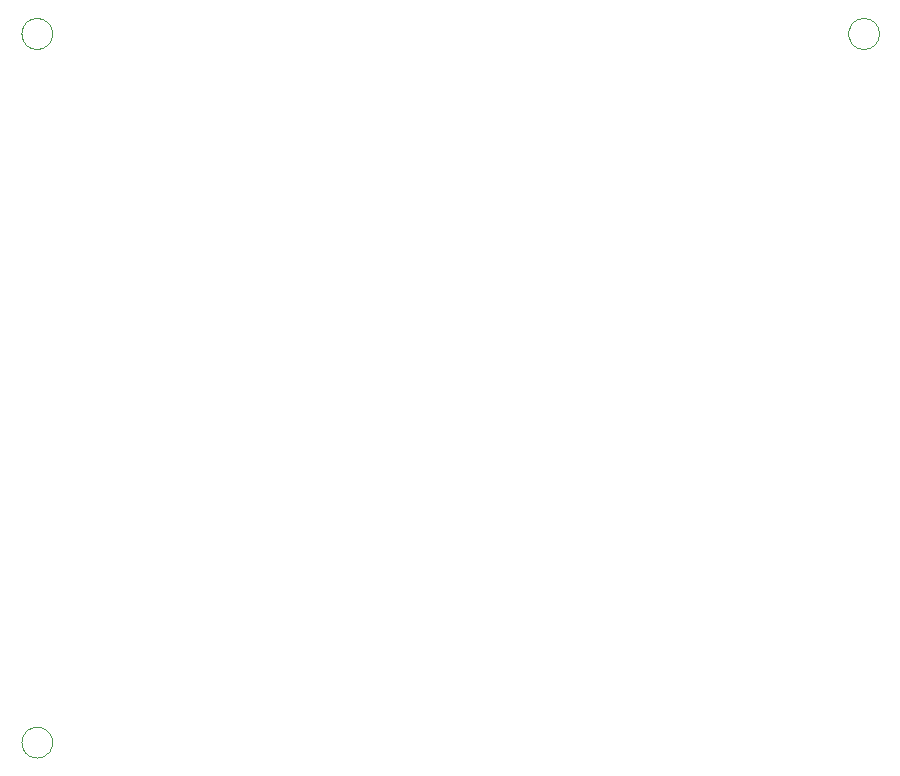
<source format=gbp>
G75*
G70*
%OFA0B0*%
%FSLAX24Y24*%
%IPPOS*%
%LPD*%
%AMOC8*
5,1,8,0,0,1.08239X$1,22.5*
%
%ADD10C,0.0000*%
D10*
X002571Y003083D02*
X002573Y003041D01*
X002578Y002999D01*
X002587Y002957D01*
X002599Y002917D01*
X002614Y002877D01*
X002633Y002839D01*
X002654Y002803D01*
X002679Y002769D01*
X002706Y002736D01*
X002736Y002706D01*
X002769Y002679D01*
X002803Y002654D01*
X002839Y002633D01*
X002877Y002614D01*
X002917Y002599D01*
X002957Y002587D01*
X002999Y002578D01*
X003041Y002573D01*
X003083Y002571D01*
X003125Y002573D01*
X003167Y002578D01*
X003209Y002587D01*
X003249Y002599D01*
X003289Y002614D01*
X003327Y002633D01*
X003363Y002654D01*
X003397Y002679D01*
X003430Y002706D01*
X003460Y002736D01*
X003487Y002769D01*
X003512Y002803D01*
X003533Y002839D01*
X003552Y002877D01*
X003567Y002917D01*
X003579Y002957D01*
X003588Y002999D01*
X003593Y003041D01*
X003595Y003083D01*
X003593Y003125D01*
X003588Y003167D01*
X003579Y003209D01*
X003567Y003249D01*
X003552Y003289D01*
X003533Y003327D01*
X003512Y003363D01*
X003487Y003397D01*
X003460Y003430D01*
X003430Y003460D01*
X003397Y003487D01*
X003363Y003512D01*
X003327Y003533D01*
X003289Y003552D01*
X003249Y003567D01*
X003209Y003579D01*
X003167Y003588D01*
X003125Y003593D01*
X003083Y003595D01*
X003041Y003593D01*
X002999Y003588D01*
X002957Y003579D01*
X002917Y003567D01*
X002877Y003552D01*
X002839Y003533D01*
X002803Y003512D01*
X002769Y003487D01*
X002736Y003460D01*
X002706Y003430D01*
X002679Y003397D01*
X002654Y003363D01*
X002633Y003327D01*
X002614Y003289D01*
X002599Y003249D01*
X002587Y003209D01*
X002578Y003167D01*
X002573Y003125D01*
X002571Y003083D01*
X003083Y026193D02*
X003041Y026195D01*
X002999Y026200D01*
X002957Y026209D01*
X002917Y026221D01*
X002877Y026236D01*
X002839Y026255D01*
X002803Y026276D01*
X002769Y026301D01*
X002736Y026328D01*
X002706Y026358D01*
X002679Y026391D01*
X002654Y026425D01*
X002633Y026461D01*
X002614Y026499D01*
X002599Y026539D01*
X002587Y026579D01*
X002578Y026621D01*
X002573Y026663D01*
X002571Y026705D01*
X003083Y026193D02*
X003125Y026195D01*
X003167Y026200D01*
X003209Y026209D01*
X003249Y026221D01*
X003289Y026236D01*
X003327Y026255D01*
X003363Y026276D01*
X003397Y026301D01*
X003430Y026328D01*
X003460Y026358D01*
X003487Y026391D01*
X003512Y026425D01*
X003533Y026461D01*
X003552Y026499D01*
X003567Y026539D01*
X003579Y026579D01*
X003588Y026621D01*
X003593Y026663D01*
X003595Y026705D01*
X003593Y026747D01*
X003588Y026789D01*
X003579Y026831D01*
X003567Y026871D01*
X003552Y026911D01*
X003533Y026949D01*
X003512Y026985D01*
X003487Y027019D01*
X003460Y027052D01*
X003430Y027082D01*
X003397Y027109D01*
X003363Y027134D01*
X003327Y027155D01*
X003289Y027174D01*
X003249Y027189D01*
X003209Y027201D01*
X003167Y027210D01*
X003125Y027215D01*
X003083Y027217D01*
X003041Y027215D01*
X002999Y027210D01*
X002957Y027201D01*
X002917Y027189D01*
X002877Y027174D01*
X002839Y027155D01*
X002803Y027134D01*
X002769Y027109D01*
X002736Y027082D01*
X002706Y027052D01*
X002679Y027019D01*
X002654Y026985D01*
X002633Y026949D01*
X002614Y026911D01*
X002599Y026871D01*
X002587Y026831D01*
X002578Y026789D01*
X002573Y026747D01*
X002571Y026705D01*
X030130Y026705D02*
X030132Y026663D01*
X030137Y026621D01*
X030146Y026579D01*
X030158Y026539D01*
X030173Y026499D01*
X030192Y026461D01*
X030213Y026425D01*
X030238Y026391D01*
X030265Y026358D01*
X030295Y026328D01*
X030328Y026301D01*
X030362Y026276D01*
X030398Y026255D01*
X030436Y026236D01*
X030476Y026221D01*
X030516Y026209D01*
X030558Y026200D01*
X030600Y026195D01*
X030642Y026193D01*
X030684Y026195D01*
X030726Y026200D01*
X030768Y026209D01*
X030808Y026221D01*
X030848Y026236D01*
X030886Y026255D01*
X030922Y026276D01*
X030956Y026301D01*
X030989Y026328D01*
X031019Y026358D01*
X031046Y026391D01*
X031071Y026425D01*
X031092Y026461D01*
X031111Y026499D01*
X031126Y026539D01*
X031138Y026579D01*
X031147Y026621D01*
X031152Y026663D01*
X031154Y026705D01*
X031152Y026747D01*
X031147Y026789D01*
X031138Y026831D01*
X031126Y026871D01*
X031111Y026911D01*
X031092Y026949D01*
X031071Y026985D01*
X031046Y027019D01*
X031019Y027052D01*
X030989Y027082D01*
X030956Y027109D01*
X030922Y027134D01*
X030886Y027155D01*
X030848Y027174D01*
X030808Y027189D01*
X030768Y027201D01*
X030726Y027210D01*
X030684Y027215D01*
X030642Y027217D01*
X030600Y027215D01*
X030558Y027210D01*
X030516Y027201D01*
X030476Y027189D01*
X030436Y027174D01*
X030398Y027155D01*
X030362Y027134D01*
X030328Y027109D01*
X030295Y027082D01*
X030265Y027052D01*
X030238Y027019D01*
X030213Y026985D01*
X030192Y026949D01*
X030173Y026911D01*
X030158Y026871D01*
X030146Y026831D01*
X030137Y026789D01*
X030132Y026747D01*
X030130Y026705D01*
M02*

</source>
